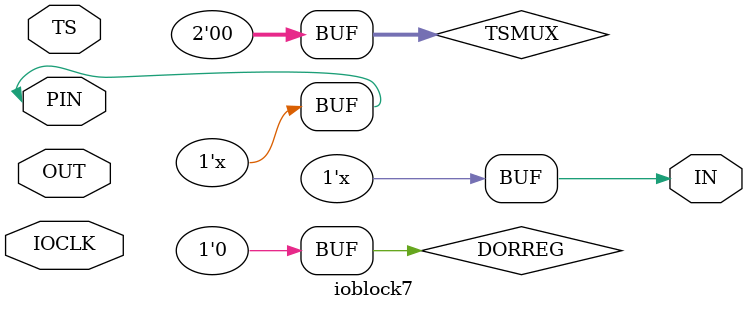
<source format=v>
module ioblock7(
	       inout  PIN,
	       input  TS,
	       input  OUT,
	       output IN,
	       input IOCLK
	       );
   
   reg 		     D;
   reg [2-1:0] 	     TSMUX;
   reg 		     DORREG;

   assign PIN = ( TSMUX == 2'b00 ) ? 1'bz : (( TSMUX == 2'b01 && TS == 1'b1 ) ? OUT : (( TSMUX == 2'b01 && TS == 1'b0 ) ? 1'bz : OUT));
   assign IN  = ( DORREG == 1'b0 ) ? PIN  : D;
   
   initial
     begin
	D=1'b0;
	TSMUX=2'b00;
	DORREG=1'b0;
     end
   
   always @(posedge IOCLK) D=PIN;
   
endmodule       

</source>
